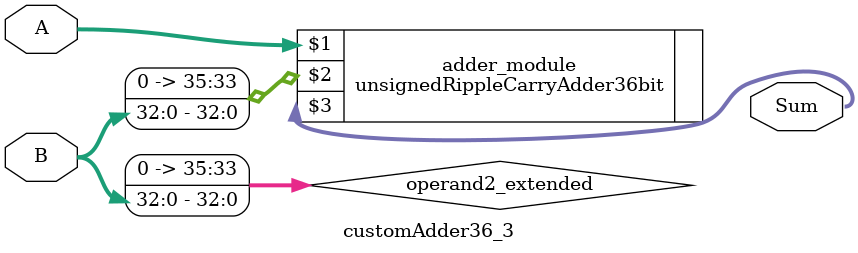
<source format=v>
module customAdder36_3(
                        input [35 : 0] A,
                        input [32 : 0] B,
                        
                        output [36 : 0] Sum
                );

        wire [35 : 0] operand2_extended;
        
        assign operand2_extended =  {3'b0, B};
        
        unsignedRippleCarryAdder36bit adder_module(
            A,
            operand2_extended,
            Sum
        );
        
        endmodule
        
</source>
